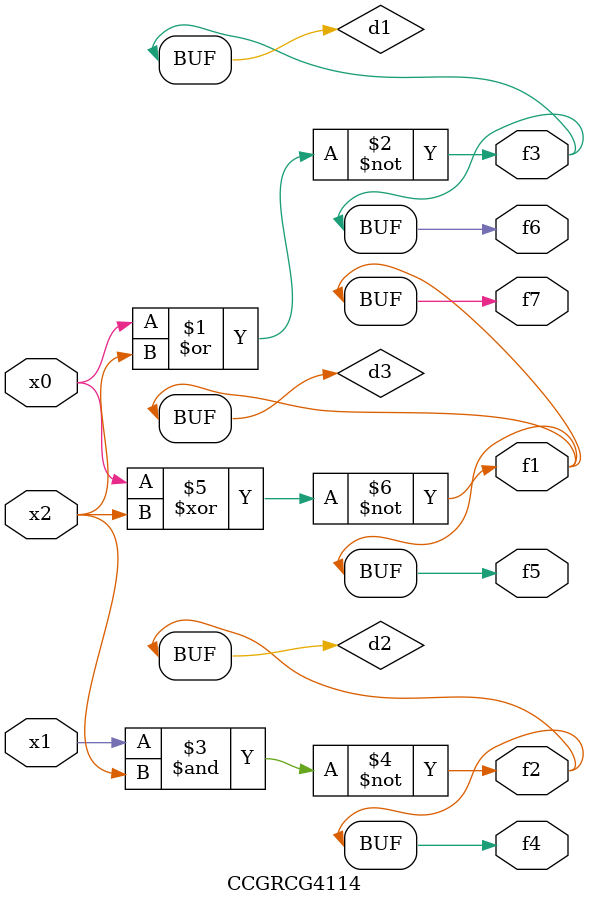
<source format=v>
module CCGRCG4114(
	input x0, x1, x2,
	output f1, f2, f3, f4, f5, f6, f7
);

	wire d1, d2, d3;

	nor (d1, x0, x2);
	nand (d2, x1, x2);
	xnor (d3, x0, x2);
	assign f1 = d3;
	assign f2 = d2;
	assign f3 = d1;
	assign f4 = d2;
	assign f5 = d3;
	assign f6 = d1;
	assign f7 = d3;
endmodule

</source>
